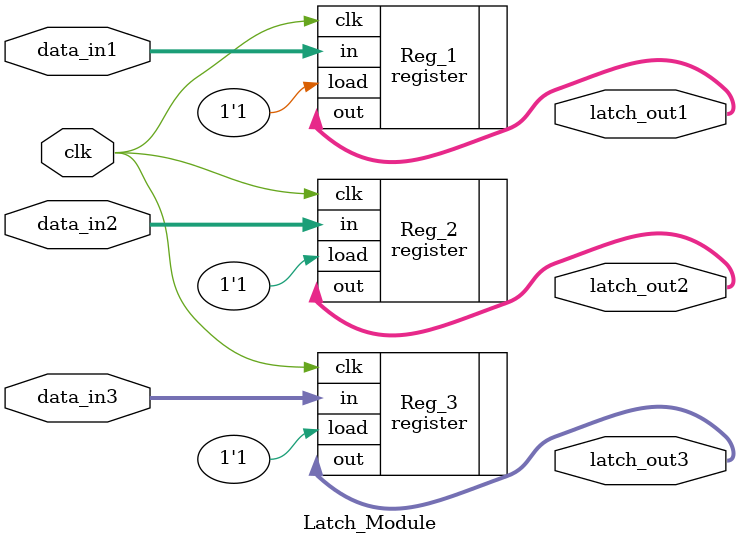
<source format=sv>
module Latch_Module
(
	input clk,
	input [7:0] data_in1, data_in2, data_in3,
	
	output [7:0] latch_out1, latch_out2, latch_out3
);


register Reg_1
(
	.clk,
	.load(1'b1),
	.in(data_in1),
	.out(latch_out1)
);

register Reg_2
(
	.clk,
	.load(1'b1),
	.in(data_in2),
	.out(latch_out2)
);

register Reg_3
(
	.clk,
	.load(1'b1),
	.in(data_in3),
	.out(latch_out3)
);




endmodule : Latch_Module
</source>
